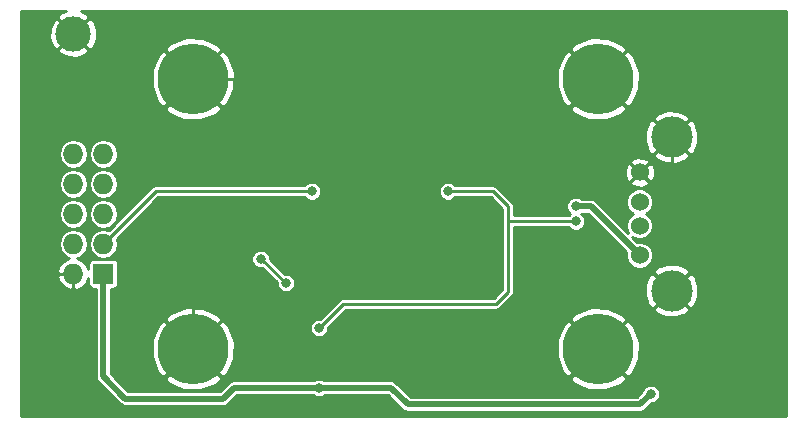
<source format=gbr>
G04 #@! TF.FileFunction,Copper,L2,Bot,Signal*
%FSLAX46Y46*%
G04 Gerber Fmt 4.6, Leading zero omitted, Abs format (unit mm)*
G04 Created by KiCad (PCBNEW 4.0.5+dfsg1-4) date Fri Dec 28 13:07:42 2018*
%MOMM*%
%LPD*%
G01*
G04 APERTURE LIST*
%ADD10C,0.100000*%
%ADD11R,1.727200X1.727200*%
%ADD12O,1.727200X1.727200*%
%ADD13C,1.524000*%
%ADD14C,3.500000*%
%ADD15C,6.000000*%
%ADD16C,3.000000*%
%ADD17C,0.800000*%
%ADD18C,0.250000*%
%ADD19C,0.500000*%
%ADD20C,0.254000*%
G04 APERTURE END LIST*
D10*
D11*
X134620000Y-106680000D03*
D12*
X132080000Y-106680000D03*
X134620000Y-104140000D03*
X132080000Y-104140000D03*
X134620000Y-101600000D03*
X132080000Y-101600000D03*
X134620000Y-99060000D03*
X132080000Y-99060000D03*
X134620000Y-96520000D03*
X132080000Y-96520000D03*
D13*
X180040000Y-100600000D03*
X180040000Y-102600000D03*
X180040000Y-98100000D03*
X180040000Y-105100000D03*
D14*
X182740000Y-108100000D03*
X182740000Y-95100000D03*
D15*
X142240000Y-90170000D03*
X142240000Y-113030000D03*
X176530000Y-113030000D03*
X176530000Y-90170000D03*
D16*
X132080000Y-86360000D03*
D17*
X167500000Y-91500000D03*
X159750000Y-96500000D03*
X131000000Y-117000000D03*
X165250000Y-96750000D03*
X142240000Y-103886000D03*
X166624000Y-104902000D03*
X148590000Y-95250000D03*
X145796000Y-95250000D03*
X172720000Y-96520000D03*
X172720000Y-98552000D03*
X190500000Y-101600000D03*
X151511000Y-91440000D03*
X163195000Y-101600000D03*
X184785000Y-117475000D03*
X176530000Y-99695000D03*
X176530000Y-103505000D03*
X157480000Y-102870000D03*
X180975000Y-116840000D03*
X152908000Y-116332000D03*
X152908000Y-111252000D03*
X174625000Y-102235000D03*
X163830000Y-99695000D03*
X174625000Y-100965000D03*
X147955000Y-105410000D03*
X150114000Y-107442000D03*
X152273000Y-99695000D03*
D18*
X142240000Y-113030000D02*
X142240000Y-103886000D01*
X182740000Y-95100000D02*
X182740000Y-100698000D01*
X183642000Y-101600000D02*
X190500000Y-101600000D01*
X182740000Y-100698000D02*
X183642000Y-101600000D01*
X142240000Y-90170000D02*
X150241000Y-90170000D01*
X150241000Y-90170000D02*
X151511000Y-91440000D01*
X163195000Y-101600000D02*
X161925000Y-102870000D01*
X161925000Y-102870000D02*
X157480000Y-102870000D01*
D19*
X134620000Y-106680000D02*
X134620000Y-115370000D01*
X145668000Y-116332000D02*
X144750000Y-117250000D01*
X144750000Y-117250000D02*
X136500000Y-117250000D01*
X145668000Y-116332000D02*
X152908000Y-116332000D01*
X134620000Y-115370000D02*
X136500000Y-117250000D01*
X160401000Y-117729000D02*
X159004000Y-116332000D01*
X180086000Y-117729000D02*
X160401000Y-117729000D01*
X180975000Y-116840000D02*
X180086000Y-117729000D01*
X159004000Y-116332000D02*
X152908000Y-116332000D01*
D18*
X168910000Y-102108000D02*
X168910000Y-108204000D01*
X154940000Y-109220000D02*
X152908000Y-111252000D01*
X167894000Y-109220000D02*
X154940000Y-109220000D01*
X168910000Y-108204000D02*
X167894000Y-109220000D01*
X168910000Y-102235000D02*
X168910000Y-102108000D01*
X168910000Y-102108000D02*
X168910000Y-100965000D01*
X168910000Y-100965000D02*
X167640000Y-99695000D01*
X168910000Y-102235000D02*
X174625000Y-102235000D01*
X167640000Y-99695000D02*
X163830000Y-99695000D01*
D19*
X174625000Y-100965000D02*
X175905000Y-100965000D01*
X175905000Y-100965000D02*
X180040000Y-105100000D01*
D18*
X147955000Y-105410000D02*
X150114000Y-107442000D01*
X152273000Y-99695000D02*
X139065000Y-99695000D01*
X139065000Y-99695000D02*
X134620000Y-104140000D01*
D20*
G36*
X130999460Y-84621024D02*
X130886902Y-84696234D01*
X130731125Y-84993165D01*
X132080000Y-86342039D01*
X133428875Y-84993165D01*
X133273098Y-84696234D01*
X132741167Y-84455000D01*
X192405000Y-84455000D01*
X192405000Y-118745000D01*
X127635000Y-118745000D01*
X127635000Y-106907100D01*
X130727331Y-106907100D01*
X130917204Y-107407457D01*
X131284102Y-107797065D01*
X131772168Y-108016610D01*
X131852900Y-108032668D01*
X132067300Y-107924535D01*
X132067300Y-106692700D01*
X130835458Y-106692700D01*
X130727331Y-106907100D01*
X127635000Y-106907100D01*
X127635000Y-106452900D01*
X130727331Y-106452900D01*
X130835458Y-106667300D01*
X132067300Y-106667300D01*
X132067300Y-106647300D01*
X132092700Y-106647300D01*
X132092700Y-106667300D01*
X132112700Y-106667300D01*
X132112700Y-106692700D01*
X132092700Y-106692700D01*
X132092700Y-107924535D01*
X132307100Y-108032668D01*
X132387832Y-108016610D01*
X132875898Y-107797065D01*
X133242796Y-107407457D01*
X133367936Y-107077686D01*
X133367936Y-107543600D01*
X133394503Y-107684790D01*
X133477946Y-107814465D01*
X133605266Y-107901459D01*
X133756400Y-107932064D01*
X133989000Y-107932064D01*
X133989000Y-115370000D01*
X134024976Y-115550864D01*
X134037032Y-115611473D01*
X134173816Y-115816184D01*
X136053815Y-117696184D01*
X136102928Y-117729000D01*
X136258527Y-117832968D01*
X136500000Y-117881000D01*
X144750000Y-117881000D01*
X144991473Y-117832968D01*
X145196184Y-117696184D01*
X145929368Y-116963000D01*
X152434361Y-116963000D01*
X152465021Y-116993714D01*
X152751968Y-117112864D01*
X153062669Y-117113136D01*
X153349823Y-116994486D01*
X153381364Y-116963000D01*
X158742632Y-116963000D01*
X159954815Y-118175184D01*
X160159526Y-118311968D01*
X160199589Y-118319937D01*
X160401000Y-118360000D01*
X180086000Y-118360000D01*
X180327473Y-118311968D01*
X180532184Y-118175184D01*
X181086270Y-117621098D01*
X181129669Y-117621136D01*
X181416823Y-117502486D01*
X181636714Y-117282979D01*
X181755864Y-116996032D01*
X181756136Y-116685331D01*
X181637486Y-116398177D01*
X181417979Y-116178286D01*
X181131032Y-116059136D01*
X180820331Y-116058864D01*
X180533177Y-116177514D01*
X180313286Y-116397021D01*
X180194136Y-116683968D01*
X180194097Y-116728535D01*
X179824632Y-117098000D01*
X160662369Y-117098000D01*
X159450184Y-115885816D01*
X159245473Y-115749032D01*
X159004000Y-115701000D01*
X153381639Y-115701000D01*
X153350979Y-115670286D01*
X153064032Y-115551136D01*
X152753331Y-115550864D01*
X152466177Y-115669514D01*
X152434636Y-115701000D01*
X145668000Y-115701000D01*
X145426527Y-115749032D01*
X145221816Y-115885816D01*
X144488632Y-116619000D01*
X136761369Y-116619000D01*
X135620658Y-115478289D01*
X139809672Y-115478289D01*
X140147941Y-115931078D01*
X141417384Y-116510843D01*
X142812063Y-116560681D01*
X144119650Y-116073005D01*
X144332059Y-115931078D01*
X144670328Y-115478289D01*
X174099672Y-115478289D01*
X174437941Y-115931078D01*
X175707384Y-116510843D01*
X177102063Y-116560681D01*
X178409650Y-116073005D01*
X178622059Y-115931078D01*
X178960328Y-115478289D01*
X176530000Y-113047961D01*
X174099672Y-115478289D01*
X144670328Y-115478289D01*
X142240000Y-113047961D01*
X139809672Y-115478289D01*
X135620658Y-115478289D01*
X135251000Y-115108632D01*
X135251000Y-113602063D01*
X138709319Y-113602063D01*
X139196995Y-114909650D01*
X139338922Y-115122059D01*
X139791711Y-115460328D01*
X142222039Y-113030000D01*
X142257961Y-113030000D01*
X144688289Y-115460328D01*
X145141078Y-115122059D01*
X145720843Y-113852616D01*
X145729796Y-113602063D01*
X172999319Y-113602063D01*
X173486995Y-114909650D01*
X173628922Y-115122059D01*
X174081711Y-115460328D01*
X176512039Y-113030000D01*
X176547961Y-113030000D01*
X178978289Y-115460328D01*
X179431078Y-115122059D01*
X180010843Y-113852616D01*
X180060681Y-112457937D01*
X179573005Y-111150350D01*
X179431078Y-110937941D01*
X178978289Y-110599672D01*
X176547961Y-113030000D01*
X176512039Y-113030000D01*
X174081711Y-110599672D01*
X173628922Y-110937941D01*
X173049157Y-112207384D01*
X172999319Y-113602063D01*
X145729796Y-113602063D01*
X145770681Y-112457937D01*
X145378602Y-111406669D01*
X152126864Y-111406669D01*
X152245514Y-111693823D01*
X152465021Y-111913714D01*
X152751968Y-112032864D01*
X153062669Y-112033136D01*
X153349823Y-111914486D01*
X153569714Y-111694979D01*
X153688864Y-111408032D01*
X153689058Y-111186534D01*
X154293881Y-110581711D01*
X174099672Y-110581711D01*
X176530000Y-113012039D01*
X178960328Y-110581711D01*
X178622059Y-110128922D01*
X177567025Y-109647079D01*
X181210882Y-109647079D01*
X181397074Y-109969985D01*
X182214910Y-110341556D01*
X183112687Y-110371871D01*
X183953725Y-110056314D01*
X184082926Y-109969985D01*
X184269118Y-109647079D01*
X182740000Y-108117961D01*
X181210882Y-109647079D01*
X177567025Y-109647079D01*
X177352616Y-109549157D01*
X175957937Y-109499319D01*
X174650350Y-109986995D01*
X174437941Y-110128922D01*
X174099672Y-110581711D01*
X154293881Y-110581711D01*
X155149592Y-109726000D01*
X167894000Y-109726000D01*
X168087638Y-109687483D01*
X168251796Y-109577796D01*
X169267796Y-108561796D01*
X169327336Y-108472687D01*
X180468129Y-108472687D01*
X180783686Y-109313725D01*
X180870015Y-109442926D01*
X181192921Y-109629118D01*
X182722039Y-108100000D01*
X182757961Y-108100000D01*
X184287079Y-109629118D01*
X184609985Y-109442926D01*
X184981556Y-108625090D01*
X185011871Y-107727313D01*
X184696314Y-106886275D01*
X184609985Y-106757074D01*
X184287079Y-106570882D01*
X182757961Y-108100000D01*
X182722039Y-108100000D01*
X181192921Y-106570882D01*
X180870015Y-106757074D01*
X180498444Y-107574910D01*
X180468129Y-108472687D01*
X169327336Y-108472687D01*
X169377483Y-108397638D01*
X169416000Y-108204000D01*
X169416000Y-106552921D01*
X181210882Y-106552921D01*
X182740000Y-108082039D01*
X184269118Y-106552921D01*
X184082926Y-106230015D01*
X183265090Y-105858444D01*
X182367313Y-105828129D01*
X181526275Y-106143686D01*
X181397074Y-106230015D01*
X181210882Y-106552921D01*
X169416000Y-106552921D01*
X169416000Y-102741000D01*
X174026579Y-102741000D01*
X174182021Y-102896714D01*
X174468968Y-103015864D01*
X174779669Y-103016136D01*
X175066823Y-102897486D01*
X175286714Y-102677979D01*
X175405864Y-102391032D01*
X175406136Y-102080331D01*
X175287486Y-101793177D01*
X175094502Y-101599855D01*
X175098364Y-101596000D01*
X175643632Y-101596000D01*
X178903677Y-104856045D01*
X178897199Y-104871646D01*
X178896802Y-105326359D01*
X179070446Y-105746612D01*
X179391697Y-106068423D01*
X179811646Y-106242801D01*
X180266359Y-106243198D01*
X180686612Y-106069554D01*
X181008423Y-105748303D01*
X181182801Y-105328354D01*
X181183198Y-104873641D01*
X181009554Y-104453388D01*
X180688303Y-104131577D01*
X180268354Y-103957199D01*
X179813641Y-103956802D01*
X179796325Y-103963957D01*
X179407249Y-103574881D01*
X179811646Y-103742801D01*
X180266359Y-103743198D01*
X180686612Y-103569554D01*
X181008423Y-103248303D01*
X181182801Y-102828354D01*
X181183198Y-102373641D01*
X181009554Y-101953388D01*
X180688303Y-101631577D01*
X180612591Y-101600139D01*
X180686612Y-101569554D01*
X181008423Y-101248303D01*
X181182801Y-100828354D01*
X181183198Y-100373641D01*
X181009554Y-99953388D01*
X180688303Y-99631577D01*
X180268354Y-99457199D01*
X179813641Y-99456802D01*
X179393388Y-99630446D01*
X179071577Y-99951697D01*
X178897199Y-100371646D01*
X178896802Y-100826359D01*
X179070446Y-101246612D01*
X179391697Y-101568423D01*
X179467409Y-101599861D01*
X179393388Y-101630446D01*
X179071577Y-101951697D01*
X178897199Y-102371646D01*
X178896802Y-102826359D01*
X179064437Y-103232069D01*
X176351184Y-100518816D01*
X176146473Y-100382032D01*
X175905000Y-100334000D01*
X175098639Y-100334000D01*
X175067979Y-100303286D01*
X174781032Y-100184136D01*
X174470331Y-100183864D01*
X174183177Y-100302514D01*
X173963286Y-100522021D01*
X173844136Y-100808968D01*
X173843864Y-101119669D01*
X173962514Y-101406823D01*
X174155498Y-101600145D01*
X174026417Y-101729000D01*
X169416000Y-101729000D01*
X169416000Y-100965000D01*
X169377483Y-100771362D01*
X169267796Y-100607204D01*
X167997796Y-99337204D01*
X167833638Y-99227517D01*
X167640000Y-99189000D01*
X164428421Y-99189000D01*
X164272979Y-99033286D01*
X164035672Y-98934748D01*
X179223212Y-98934748D01*
X179289199Y-99154996D01*
X179750080Y-99362008D01*
X180255098Y-99376891D01*
X180727370Y-99197379D01*
X180790801Y-99154996D01*
X180856788Y-98934748D01*
X180040000Y-98117961D01*
X179223212Y-98934748D01*
X164035672Y-98934748D01*
X163986032Y-98914136D01*
X163675331Y-98913864D01*
X163388177Y-99032514D01*
X163168286Y-99252021D01*
X163049136Y-99538968D01*
X163048864Y-99849669D01*
X163167514Y-100136823D01*
X163387021Y-100356714D01*
X163673968Y-100475864D01*
X163984669Y-100476136D01*
X164271823Y-100357486D01*
X164428583Y-100201000D01*
X167430408Y-100201000D01*
X168404000Y-101174592D01*
X168404000Y-107994408D01*
X167684408Y-108714000D01*
X154940000Y-108714000D01*
X154746362Y-108752517D01*
X154582204Y-108862204D01*
X152973351Y-110471057D01*
X152753331Y-110470864D01*
X152466177Y-110589514D01*
X152246286Y-110809021D01*
X152127136Y-111095968D01*
X152126864Y-111406669D01*
X145378602Y-111406669D01*
X145283005Y-111150350D01*
X145141078Y-110937941D01*
X144688289Y-110599672D01*
X142257961Y-113030000D01*
X142222039Y-113030000D01*
X139791711Y-110599672D01*
X139338922Y-110937941D01*
X138759157Y-112207384D01*
X138709319Y-113602063D01*
X135251000Y-113602063D01*
X135251000Y-110581711D01*
X139809672Y-110581711D01*
X142240000Y-113012039D01*
X144670328Y-110581711D01*
X144332059Y-110128922D01*
X143062616Y-109549157D01*
X141667937Y-109499319D01*
X140360350Y-109986995D01*
X140147941Y-110128922D01*
X139809672Y-110581711D01*
X135251000Y-110581711D01*
X135251000Y-107932064D01*
X135483600Y-107932064D01*
X135624790Y-107905497D01*
X135754465Y-107822054D01*
X135841459Y-107694734D01*
X135872064Y-107543600D01*
X135872064Y-105816400D01*
X135845497Y-105675210D01*
X135774367Y-105564669D01*
X147173864Y-105564669D01*
X147292514Y-105851823D01*
X147512021Y-106071714D01*
X147798968Y-106190864D01*
X148046605Y-106191081D01*
X149333035Y-107401837D01*
X149332864Y-107596669D01*
X149451514Y-107883823D01*
X149671021Y-108103714D01*
X149957968Y-108222864D01*
X150268669Y-108223136D01*
X150555823Y-108104486D01*
X150775714Y-107884979D01*
X150894864Y-107598032D01*
X150895136Y-107287331D01*
X150776486Y-107000177D01*
X150556979Y-106780286D01*
X150270032Y-106661136D01*
X150022395Y-106660919D01*
X148735965Y-105450162D01*
X148736136Y-105255331D01*
X148617486Y-104968177D01*
X148397979Y-104748286D01*
X148111032Y-104629136D01*
X147800331Y-104628864D01*
X147513177Y-104747514D01*
X147293286Y-104967021D01*
X147174136Y-105253968D01*
X147173864Y-105564669D01*
X135774367Y-105564669D01*
X135762054Y-105545535D01*
X135634734Y-105458541D01*
X135483600Y-105427936D01*
X133756400Y-105427936D01*
X133615210Y-105454503D01*
X133485535Y-105537946D01*
X133398541Y-105665266D01*
X133367936Y-105816400D01*
X133367936Y-106282314D01*
X133242796Y-105952543D01*
X132875898Y-105562935D01*
X132394554Y-105346414D01*
X132556288Y-105314243D01*
X132960065Y-105044448D01*
X133229860Y-104640671D01*
X133324600Y-104164383D01*
X133324600Y-104115617D01*
X133375400Y-104115617D01*
X133375400Y-104164383D01*
X133470140Y-104640671D01*
X133739935Y-105044448D01*
X134143712Y-105314243D01*
X134620000Y-105408983D01*
X135096288Y-105314243D01*
X135500065Y-105044448D01*
X135769860Y-104640671D01*
X135864600Y-104164383D01*
X135864600Y-104115617D01*
X135780877Y-103694715D01*
X139274592Y-100201000D01*
X151674579Y-100201000D01*
X151830021Y-100356714D01*
X152116968Y-100475864D01*
X152427669Y-100476136D01*
X152714823Y-100357486D01*
X152934714Y-100137979D01*
X153053864Y-99851032D01*
X153054136Y-99540331D01*
X152935486Y-99253177D01*
X152715979Y-99033286D01*
X152429032Y-98914136D01*
X152118331Y-98913864D01*
X151831177Y-99032514D01*
X151674417Y-99189000D01*
X139065000Y-99189000D01*
X138871362Y-99227517D01*
X138707204Y-99337204D01*
X135081577Y-102962831D01*
X134620000Y-102871017D01*
X134143712Y-102965757D01*
X133739935Y-103235552D01*
X133470140Y-103639329D01*
X133375400Y-104115617D01*
X133324600Y-104115617D01*
X133229860Y-103639329D01*
X132960065Y-103235552D01*
X132556288Y-102965757D01*
X132080000Y-102871017D01*
X131603712Y-102965757D01*
X131199935Y-103235552D01*
X130930140Y-103639329D01*
X130835400Y-104115617D01*
X130835400Y-104164383D01*
X130930140Y-104640671D01*
X131199935Y-105044448D01*
X131603712Y-105314243D01*
X131765446Y-105346414D01*
X131284102Y-105562935D01*
X130917204Y-105952543D01*
X130727331Y-106452900D01*
X127635000Y-106452900D01*
X127635000Y-101575617D01*
X130835400Y-101575617D01*
X130835400Y-101624383D01*
X130930140Y-102100671D01*
X131199935Y-102504448D01*
X131603712Y-102774243D01*
X132080000Y-102868983D01*
X132556288Y-102774243D01*
X132960065Y-102504448D01*
X133229860Y-102100671D01*
X133324600Y-101624383D01*
X133324600Y-101575617D01*
X133375400Y-101575617D01*
X133375400Y-101624383D01*
X133470140Y-102100671D01*
X133739935Y-102504448D01*
X134143712Y-102774243D01*
X134620000Y-102868983D01*
X135096288Y-102774243D01*
X135500065Y-102504448D01*
X135769860Y-102100671D01*
X135864600Y-101624383D01*
X135864600Y-101575617D01*
X135769860Y-101099329D01*
X135500065Y-100695552D01*
X135096288Y-100425757D01*
X134620000Y-100331017D01*
X134143712Y-100425757D01*
X133739935Y-100695552D01*
X133470140Y-101099329D01*
X133375400Y-101575617D01*
X133324600Y-101575617D01*
X133229860Y-101099329D01*
X132960065Y-100695552D01*
X132556288Y-100425757D01*
X132080000Y-100331017D01*
X131603712Y-100425757D01*
X131199935Y-100695552D01*
X130930140Y-101099329D01*
X130835400Y-101575617D01*
X127635000Y-101575617D01*
X127635000Y-99035617D01*
X130835400Y-99035617D01*
X130835400Y-99084383D01*
X130930140Y-99560671D01*
X131199935Y-99964448D01*
X131603712Y-100234243D01*
X132080000Y-100328983D01*
X132556288Y-100234243D01*
X132960065Y-99964448D01*
X133229860Y-99560671D01*
X133324600Y-99084383D01*
X133324600Y-99035617D01*
X133375400Y-99035617D01*
X133375400Y-99084383D01*
X133470140Y-99560671D01*
X133739935Y-99964448D01*
X134143712Y-100234243D01*
X134620000Y-100328983D01*
X135096288Y-100234243D01*
X135500065Y-99964448D01*
X135769860Y-99560671D01*
X135864600Y-99084383D01*
X135864600Y-99035617D01*
X135769860Y-98559329D01*
X135606671Y-98315098D01*
X178763109Y-98315098D01*
X178942621Y-98787370D01*
X178985004Y-98850801D01*
X179205252Y-98916788D01*
X180022039Y-98100000D01*
X180057961Y-98100000D01*
X180874748Y-98916788D01*
X181094996Y-98850801D01*
X181302008Y-98389920D01*
X181316891Y-97884902D01*
X181137379Y-97412630D01*
X181094996Y-97349199D01*
X180874748Y-97283212D01*
X180057961Y-98100000D01*
X180022039Y-98100000D01*
X179205252Y-97283212D01*
X178985004Y-97349199D01*
X178777992Y-97810080D01*
X178763109Y-98315098D01*
X135606671Y-98315098D01*
X135500065Y-98155552D01*
X135096288Y-97885757D01*
X134620000Y-97791017D01*
X134143712Y-97885757D01*
X133739935Y-98155552D01*
X133470140Y-98559329D01*
X133375400Y-99035617D01*
X133324600Y-99035617D01*
X133229860Y-98559329D01*
X132960065Y-98155552D01*
X132556288Y-97885757D01*
X132080000Y-97791017D01*
X131603712Y-97885757D01*
X131199935Y-98155552D01*
X130930140Y-98559329D01*
X130835400Y-99035617D01*
X127635000Y-99035617D01*
X127635000Y-96495617D01*
X130835400Y-96495617D01*
X130835400Y-96544383D01*
X130930140Y-97020671D01*
X131199935Y-97424448D01*
X131603712Y-97694243D01*
X132080000Y-97788983D01*
X132556288Y-97694243D01*
X132960065Y-97424448D01*
X133229860Y-97020671D01*
X133324600Y-96544383D01*
X133324600Y-96495617D01*
X133375400Y-96495617D01*
X133375400Y-96544383D01*
X133470140Y-97020671D01*
X133739935Y-97424448D01*
X134143712Y-97694243D01*
X134620000Y-97788983D01*
X135096288Y-97694243D01*
X135500065Y-97424448D01*
X135606436Y-97265252D01*
X179223212Y-97265252D01*
X180040000Y-98082039D01*
X180856788Y-97265252D01*
X180790801Y-97045004D01*
X180329920Y-96837992D01*
X179824902Y-96823109D01*
X179352630Y-97002621D01*
X179289199Y-97045004D01*
X179223212Y-97265252D01*
X135606436Y-97265252D01*
X135769860Y-97020671D01*
X135844172Y-96647079D01*
X181210882Y-96647079D01*
X181397074Y-96969985D01*
X182214910Y-97341556D01*
X183112687Y-97371871D01*
X183953725Y-97056314D01*
X184082926Y-96969985D01*
X184269118Y-96647079D01*
X182740000Y-95117961D01*
X181210882Y-96647079D01*
X135844172Y-96647079D01*
X135864600Y-96544383D01*
X135864600Y-96495617D01*
X135769860Y-96019329D01*
X135500065Y-95615552D01*
X135286253Y-95472687D01*
X180468129Y-95472687D01*
X180783686Y-96313725D01*
X180870015Y-96442926D01*
X181192921Y-96629118D01*
X182722039Y-95100000D01*
X182757961Y-95100000D01*
X184287079Y-96629118D01*
X184609985Y-96442926D01*
X184981556Y-95625090D01*
X185011871Y-94727313D01*
X184696314Y-93886275D01*
X184609985Y-93757074D01*
X184287079Y-93570882D01*
X182757961Y-95100000D01*
X182722039Y-95100000D01*
X181192921Y-93570882D01*
X180870015Y-93757074D01*
X180498444Y-94574910D01*
X180468129Y-95472687D01*
X135286253Y-95472687D01*
X135096288Y-95345757D01*
X134620000Y-95251017D01*
X134143712Y-95345757D01*
X133739935Y-95615552D01*
X133470140Y-96019329D01*
X133375400Y-96495617D01*
X133324600Y-96495617D01*
X133229860Y-96019329D01*
X132960065Y-95615552D01*
X132556288Y-95345757D01*
X132080000Y-95251017D01*
X131603712Y-95345757D01*
X131199935Y-95615552D01*
X130930140Y-96019329D01*
X130835400Y-96495617D01*
X127635000Y-96495617D01*
X127635000Y-92618289D01*
X139809672Y-92618289D01*
X140147941Y-93071078D01*
X141417384Y-93650843D01*
X142812063Y-93700681D01*
X144119650Y-93213005D01*
X144332059Y-93071078D01*
X144670328Y-92618289D01*
X174099672Y-92618289D01*
X174437941Y-93071078D01*
X175707384Y-93650843D01*
X177102063Y-93700681D01*
X177498246Y-93552921D01*
X181210882Y-93552921D01*
X182740000Y-95082039D01*
X184269118Y-93552921D01*
X184082926Y-93230015D01*
X183265090Y-92858444D01*
X182367313Y-92828129D01*
X181526275Y-93143686D01*
X181397074Y-93230015D01*
X181210882Y-93552921D01*
X177498246Y-93552921D01*
X178409650Y-93213005D01*
X178622059Y-93071078D01*
X178960328Y-92618289D01*
X176530000Y-90187961D01*
X174099672Y-92618289D01*
X144670328Y-92618289D01*
X142240000Y-90187961D01*
X139809672Y-92618289D01*
X127635000Y-92618289D01*
X127635000Y-90742063D01*
X138709319Y-90742063D01*
X139196995Y-92049650D01*
X139338922Y-92262059D01*
X139791711Y-92600328D01*
X142222039Y-90170000D01*
X142257961Y-90170000D01*
X144688289Y-92600328D01*
X145141078Y-92262059D01*
X145720843Y-90992616D01*
X145729796Y-90742063D01*
X172999319Y-90742063D01*
X173486995Y-92049650D01*
X173628922Y-92262059D01*
X174081711Y-92600328D01*
X176512039Y-90170000D01*
X176547961Y-90170000D01*
X178978289Y-92600328D01*
X179431078Y-92262059D01*
X180010843Y-90992616D01*
X180060681Y-89597937D01*
X179573005Y-88290350D01*
X179431078Y-88077941D01*
X178978289Y-87739672D01*
X176547961Y-90170000D01*
X176512039Y-90170000D01*
X174081711Y-87739672D01*
X173628922Y-88077941D01*
X173049157Y-89347384D01*
X172999319Y-90742063D01*
X145729796Y-90742063D01*
X145770681Y-89597937D01*
X145283005Y-88290350D01*
X145141078Y-88077941D01*
X144688289Y-87739672D01*
X142257961Y-90170000D01*
X142222039Y-90170000D01*
X139791711Y-87739672D01*
X139338922Y-88077941D01*
X138759157Y-89347384D01*
X138709319Y-90742063D01*
X127635000Y-90742063D01*
X127635000Y-87726835D01*
X130731125Y-87726835D01*
X130886902Y-88023766D01*
X131614416Y-88353698D01*
X132412812Y-88380109D01*
X133160540Y-88098976D01*
X133273098Y-88023766D01*
X133428875Y-87726835D01*
X133423751Y-87721711D01*
X139809672Y-87721711D01*
X142240000Y-90152039D01*
X144670328Y-87721711D01*
X174099672Y-87721711D01*
X176530000Y-90152039D01*
X178960328Y-87721711D01*
X178622059Y-87268922D01*
X177352616Y-86689157D01*
X175957937Y-86639319D01*
X174650350Y-87126995D01*
X174437941Y-87268922D01*
X174099672Y-87721711D01*
X144670328Y-87721711D01*
X144332059Y-87268922D01*
X143062616Y-86689157D01*
X141667937Y-86639319D01*
X140360350Y-87126995D01*
X140147941Y-87268922D01*
X139809672Y-87721711D01*
X133423751Y-87721711D01*
X132080000Y-86377961D01*
X130731125Y-87726835D01*
X127635000Y-87726835D01*
X127635000Y-86692812D01*
X130059891Y-86692812D01*
X130341024Y-87440540D01*
X130416234Y-87553098D01*
X130713165Y-87708875D01*
X132062039Y-86360000D01*
X132097961Y-86360000D01*
X133446835Y-87708875D01*
X133743766Y-87553098D01*
X134073698Y-86825584D01*
X134100109Y-86027188D01*
X133818976Y-85279460D01*
X133743766Y-85166902D01*
X133446835Y-85011125D01*
X132097961Y-86360000D01*
X132062039Y-86360000D01*
X130713165Y-85011125D01*
X130416234Y-85166902D01*
X130086302Y-85894416D01*
X130059891Y-86692812D01*
X127635000Y-86692812D01*
X127635000Y-84455000D01*
X131441033Y-84455000D01*
X130999460Y-84621024D01*
X130999460Y-84621024D01*
G37*
X130999460Y-84621024D02*
X130886902Y-84696234D01*
X130731125Y-84993165D01*
X132080000Y-86342039D01*
X133428875Y-84993165D01*
X133273098Y-84696234D01*
X132741167Y-84455000D01*
X192405000Y-84455000D01*
X192405000Y-118745000D01*
X127635000Y-118745000D01*
X127635000Y-106907100D01*
X130727331Y-106907100D01*
X130917204Y-107407457D01*
X131284102Y-107797065D01*
X131772168Y-108016610D01*
X131852900Y-108032668D01*
X132067300Y-107924535D01*
X132067300Y-106692700D01*
X130835458Y-106692700D01*
X130727331Y-106907100D01*
X127635000Y-106907100D01*
X127635000Y-106452900D01*
X130727331Y-106452900D01*
X130835458Y-106667300D01*
X132067300Y-106667300D01*
X132067300Y-106647300D01*
X132092700Y-106647300D01*
X132092700Y-106667300D01*
X132112700Y-106667300D01*
X132112700Y-106692700D01*
X132092700Y-106692700D01*
X132092700Y-107924535D01*
X132307100Y-108032668D01*
X132387832Y-108016610D01*
X132875898Y-107797065D01*
X133242796Y-107407457D01*
X133367936Y-107077686D01*
X133367936Y-107543600D01*
X133394503Y-107684790D01*
X133477946Y-107814465D01*
X133605266Y-107901459D01*
X133756400Y-107932064D01*
X133989000Y-107932064D01*
X133989000Y-115370000D01*
X134024976Y-115550864D01*
X134037032Y-115611473D01*
X134173816Y-115816184D01*
X136053815Y-117696184D01*
X136102928Y-117729000D01*
X136258527Y-117832968D01*
X136500000Y-117881000D01*
X144750000Y-117881000D01*
X144991473Y-117832968D01*
X145196184Y-117696184D01*
X145929368Y-116963000D01*
X152434361Y-116963000D01*
X152465021Y-116993714D01*
X152751968Y-117112864D01*
X153062669Y-117113136D01*
X153349823Y-116994486D01*
X153381364Y-116963000D01*
X158742632Y-116963000D01*
X159954815Y-118175184D01*
X160159526Y-118311968D01*
X160199589Y-118319937D01*
X160401000Y-118360000D01*
X180086000Y-118360000D01*
X180327473Y-118311968D01*
X180532184Y-118175184D01*
X181086270Y-117621098D01*
X181129669Y-117621136D01*
X181416823Y-117502486D01*
X181636714Y-117282979D01*
X181755864Y-116996032D01*
X181756136Y-116685331D01*
X181637486Y-116398177D01*
X181417979Y-116178286D01*
X181131032Y-116059136D01*
X180820331Y-116058864D01*
X180533177Y-116177514D01*
X180313286Y-116397021D01*
X180194136Y-116683968D01*
X180194097Y-116728535D01*
X179824632Y-117098000D01*
X160662369Y-117098000D01*
X159450184Y-115885816D01*
X159245473Y-115749032D01*
X159004000Y-115701000D01*
X153381639Y-115701000D01*
X153350979Y-115670286D01*
X153064032Y-115551136D01*
X152753331Y-115550864D01*
X152466177Y-115669514D01*
X152434636Y-115701000D01*
X145668000Y-115701000D01*
X145426527Y-115749032D01*
X145221816Y-115885816D01*
X144488632Y-116619000D01*
X136761369Y-116619000D01*
X135620658Y-115478289D01*
X139809672Y-115478289D01*
X140147941Y-115931078D01*
X141417384Y-116510843D01*
X142812063Y-116560681D01*
X144119650Y-116073005D01*
X144332059Y-115931078D01*
X144670328Y-115478289D01*
X174099672Y-115478289D01*
X174437941Y-115931078D01*
X175707384Y-116510843D01*
X177102063Y-116560681D01*
X178409650Y-116073005D01*
X178622059Y-115931078D01*
X178960328Y-115478289D01*
X176530000Y-113047961D01*
X174099672Y-115478289D01*
X144670328Y-115478289D01*
X142240000Y-113047961D01*
X139809672Y-115478289D01*
X135620658Y-115478289D01*
X135251000Y-115108632D01*
X135251000Y-113602063D01*
X138709319Y-113602063D01*
X139196995Y-114909650D01*
X139338922Y-115122059D01*
X139791711Y-115460328D01*
X142222039Y-113030000D01*
X142257961Y-113030000D01*
X144688289Y-115460328D01*
X145141078Y-115122059D01*
X145720843Y-113852616D01*
X145729796Y-113602063D01*
X172999319Y-113602063D01*
X173486995Y-114909650D01*
X173628922Y-115122059D01*
X174081711Y-115460328D01*
X176512039Y-113030000D01*
X176547961Y-113030000D01*
X178978289Y-115460328D01*
X179431078Y-115122059D01*
X180010843Y-113852616D01*
X180060681Y-112457937D01*
X179573005Y-111150350D01*
X179431078Y-110937941D01*
X178978289Y-110599672D01*
X176547961Y-113030000D01*
X176512039Y-113030000D01*
X174081711Y-110599672D01*
X173628922Y-110937941D01*
X173049157Y-112207384D01*
X172999319Y-113602063D01*
X145729796Y-113602063D01*
X145770681Y-112457937D01*
X145378602Y-111406669D01*
X152126864Y-111406669D01*
X152245514Y-111693823D01*
X152465021Y-111913714D01*
X152751968Y-112032864D01*
X153062669Y-112033136D01*
X153349823Y-111914486D01*
X153569714Y-111694979D01*
X153688864Y-111408032D01*
X153689058Y-111186534D01*
X154293881Y-110581711D01*
X174099672Y-110581711D01*
X176530000Y-113012039D01*
X178960328Y-110581711D01*
X178622059Y-110128922D01*
X177567025Y-109647079D01*
X181210882Y-109647079D01*
X181397074Y-109969985D01*
X182214910Y-110341556D01*
X183112687Y-110371871D01*
X183953725Y-110056314D01*
X184082926Y-109969985D01*
X184269118Y-109647079D01*
X182740000Y-108117961D01*
X181210882Y-109647079D01*
X177567025Y-109647079D01*
X177352616Y-109549157D01*
X175957937Y-109499319D01*
X174650350Y-109986995D01*
X174437941Y-110128922D01*
X174099672Y-110581711D01*
X154293881Y-110581711D01*
X155149592Y-109726000D01*
X167894000Y-109726000D01*
X168087638Y-109687483D01*
X168251796Y-109577796D01*
X169267796Y-108561796D01*
X169327336Y-108472687D01*
X180468129Y-108472687D01*
X180783686Y-109313725D01*
X180870015Y-109442926D01*
X181192921Y-109629118D01*
X182722039Y-108100000D01*
X182757961Y-108100000D01*
X184287079Y-109629118D01*
X184609985Y-109442926D01*
X184981556Y-108625090D01*
X185011871Y-107727313D01*
X184696314Y-106886275D01*
X184609985Y-106757074D01*
X184287079Y-106570882D01*
X182757961Y-108100000D01*
X182722039Y-108100000D01*
X181192921Y-106570882D01*
X180870015Y-106757074D01*
X180498444Y-107574910D01*
X180468129Y-108472687D01*
X169327336Y-108472687D01*
X169377483Y-108397638D01*
X169416000Y-108204000D01*
X169416000Y-106552921D01*
X181210882Y-106552921D01*
X182740000Y-108082039D01*
X184269118Y-106552921D01*
X184082926Y-106230015D01*
X183265090Y-105858444D01*
X182367313Y-105828129D01*
X181526275Y-106143686D01*
X181397074Y-106230015D01*
X181210882Y-106552921D01*
X169416000Y-106552921D01*
X169416000Y-102741000D01*
X174026579Y-102741000D01*
X174182021Y-102896714D01*
X174468968Y-103015864D01*
X174779669Y-103016136D01*
X175066823Y-102897486D01*
X175286714Y-102677979D01*
X175405864Y-102391032D01*
X175406136Y-102080331D01*
X175287486Y-101793177D01*
X175094502Y-101599855D01*
X175098364Y-101596000D01*
X175643632Y-101596000D01*
X178903677Y-104856045D01*
X178897199Y-104871646D01*
X178896802Y-105326359D01*
X179070446Y-105746612D01*
X179391697Y-106068423D01*
X179811646Y-106242801D01*
X180266359Y-106243198D01*
X180686612Y-106069554D01*
X181008423Y-105748303D01*
X181182801Y-105328354D01*
X181183198Y-104873641D01*
X181009554Y-104453388D01*
X180688303Y-104131577D01*
X180268354Y-103957199D01*
X179813641Y-103956802D01*
X179796325Y-103963957D01*
X179407249Y-103574881D01*
X179811646Y-103742801D01*
X180266359Y-103743198D01*
X180686612Y-103569554D01*
X181008423Y-103248303D01*
X181182801Y-102828354D01*
X181183198Y-102373641D01*
X181009554Y-101953388D01*
X180688303Y-101631577D01*
X180612591Y-101600139D01*
X180686612Y-101569554D01*
X181008423Y-101248303D01*
X181182801Y-100828354D01*
X181183198Y-100373641D01*
X181009554Y-99953388D01*
X180688303Y-99631577D01*
X180268354Y-99457199D01*
X179813641Y-99456802D01*
X179393388Y-99630446D01*
X179071577Y-99951697D01*
X178897199Y-100371646D01*
X178896802Y-100826359D01*
X179070446Y-101246612D01*
X179391697Y-101568423D01*
X179467409Y-101599861D01*
X179393388Y-101630446D01*
X179071577Y-101951697D01*
X178897199Y-102371646D01*
X178896802Y-102826359D01*
X179064437Y-103232069D01*
X176351184Y-100518816D01*
X176146473Y-100382032D01*
X175905000Y-100334000D01*
X175098639Y-100334000D01*
X175067979Y-100303286D01*
X174781032Y-100184136D01*
X174470331Y-100183864D01*
X174183177Y-100302514D01*
X173963286Y-100522021D01*
X173844136Y-100808968D01*
X173843864Y-101119669D01*
X173962514Y-101406823D01*
X174155498Y-101600145D01*
X174026417Y-101729000D01*
X169416000Y-101729000D01*
X169416000Y-100965000D01*
X169377483Y-100771362D01*
X169267796Y-100607204D01*
X167997796Y-99337204D01*
X167833638Y-99227517D01*
X167640000Y-99189000D01*
X164428421Y-99189000D01*
X164272979Y-99033286D01*
X164035672Y-98934748D01*
X179223212Y-98934748D01*
X179289199Y-99154996D01*
X179750080Y-99362008D01*
X180255098Y-99376891D01*
X180727370Y-99197379D01*
X180790801Y-99154996D01*
X180856788Y-98934748D01*
X180040000Y-98117961D01*
X179223212Y-98934748D01*
X164035672Y-98934748D01*
X163986032Y-98914136D01*
X163675331Y-98913864D01*
X163388177Y-99032514D01*
X163168286Y-99252021D01*
X163049136Y-99538968D01*
X163048864Y-99849669D01*
X163167514Y-100136823D01*
X163387021Y-100356714D01*
X163673968Y-100475864D01*
X163984669Y-100476136D01*
X164271823Y-100357486D01*
X164428583Y-100201000D01*
X167430408Y-100201000D01*
X168404000Y-101174592D01*
X168404000Y-107994408D01*
X167684408Y-108714000D01*
X154940000Y-108714000D01*
X154746362Y-108752517D01*
X154582204Y-108862204D01*
X152973351Y-110471057D01*
X152753331Y-110470864D01*
X152466177Y-110589514D01*
X152246286Y-110809021D01*
X152127136Y-111095968D01*
X152126864Y-111406669D01*
X145378602Y-111406669D01*
X145283005Y-111150350D01*
X145141078Y-110937941D01*
X144688289Y-110599672D01*
X142257961Y-113030000D01*
X142222039Y-113030000D01*
X139791711Y-110599672D01*
X139338922Y-110937941D01*
X138759157Y-112207384D01*
X138709319Y-113602063D01*
X135251000Y-113602063D01*
X135251000Y-110581711D01*
X139809672Y-110581711D01*
X142240000Y-113012039D01*
X144670328Y-110581711D01*
X144332059Y-110128922D01*
X143062616Y-109549157D01*
X141667937Y-109499319D01*
X140360350Y-109986995D01*
X140147941Y-110128922D01*
X139809672Y-110581711D01*
X135251000Y-110581711D01*
X135251000Y-107932064D01*
X135483600Y-107932064D01*
X135624790Y-107905497D01*
X135754465Y-107822054D01*
X135841459Y-107694734D01*
X135872064Y-107543600D01*
X135872064Y-105816400D01*
X135845497Y-105675210D01*
X135774367Y-105564669D01*
X147173864Y-105564669D01*
X147292514Y-105851823D01*
X147512021Y-106071714D01*
X147798968Y-106190864D01*
X148046605Y-106191081D01*
X149333035Y-107401837D01*
X149332864Y-107596669D01*
X149451514Y-107883823D01*
X149671021Y-108103714D01*
X149957968Y-108222864D01*
X150268669Y-108223136D01*
X150555823Y-108104486D01*
X150775714Y-107884979D01*
X150894864Y-107598032D01*
X150895136Y-107287331D01*
X150776486Y-107000177D01*
X150556979Y-106780286D01*
X150270032Y-106661136D01*
X150022395Y-106660919D01*
X148735965Y-105450162D01*
X148736136Y-105255331D01*
X148617486Y-104968177D01*
X148397979Y-104748286D01*
X148111032Y-104629136D01*
X147800331Y-104628864D01*
X147513177Y-104747514D01*
X147293286Y-104967021D01*
X147174136Y-105253968D01*
X147173864Y-105564669D01*
X135774367Y-105564669D01*
X135762054Y-105545535D01*
X135634734Y-105458541D01*
X135483600Y-105427936D01*
X133756400Y-105427936D01*
X133615210Y-105454503D01*
X133485535Y-105537946D01*
X133398541Y-105665266D01*
X133367936Y-105816400D01*
X133367936Y-106282314D01*
X133242796Y-105952543D01*
X132875898Y-105562935D01*
X132394554Y-105346414D01*
X132556288Y-105314243D01*
X132960065Y-105044448D01*
X133229860Y-104640671D01*
X133324600Y-104164383D01*
X133324600Y-104115617D01*
X133375400Y-104115617D01*
X133375400Y-104164383D01*
X133470140Y-104640671D01*
X133739935Y-105044448D01*
X134143712Y-105314243D01*
X134620000Y-105408983D01*
X135096288Y-105314243D01*
X135500065Y-105044448D01*
X135769860Y-104640671D01*
X135864600Y-104164383D01*
X135864600Y-104115617D01*
X135780877Y-103694715D01*
X139274592Y-100201000D01*
X151674579Y-100201000D01*
X151830021Y-100356714D01*
X152116968Y-100475864D01*
X152427669Y-100476136D01*
X152714823Y-100357486D01*
X152934714Y-100137979D01*
X153053864Y-99851032D01*
X153054136Y-99540331D01*
X152935486Y-99253177D01*
X152715979Y-99033286D01*
X152429032Y-98914136D01*
X152118331Y-98913864D01*
X151831177Y-99032514D01*
X151674417Y-99189000D01*
X139065000Y-99189000D01*
X138871362Y-99227517D01*
X138707204Y-99337204D01*
X135081577Y-102962831D01*
X134620000Y-102871017D01*
X134143712Y-102965757D01*
X133739935Y-103235552D01*
X133470140Y-103639329D01*
X133375400Y-104115617D01*
X133324600Y-104115617D01*
X133229860Y-103639329D01*
X132960065Y-103235552D01*
X132556288Y-102965757D01*
X132080000Y-102871017D01*
X131603712Y-102965757D01*
X131199935Y-103235552D01*
X130930140Y-103639329D01*
X130835400Y-104115617D01*
X130835400Y-104164383D01*
X130930140Y-104640671D01*
X131199935Y-105044448D01*
X131603712Y-105314243D01*
X131765446Y-105346414D01*
X131284102Y-105562935D01*
X130917204Y-105952543D01*
X130727331Y-106452900D01*
X127635000Y-106452900D01*
X127635000Y-101575617D01*
X130835400Y-101575617D01*
X130835400Y-101624383D01*
X130930140Y-102100671D01*
X131199935Y-102504448D01*
X131603712Y-102774243D01*
X132080000Y-102868983D01*
X132556288Y-102774243D01*
X132960065Y-102504448D01*
X133229860Y-102100671D01*
X133324600Y-101624383D01*
X133324600Y-101575617D01*
X133375400Y-101575617D01*
X133375400Y-101624383D01*
X133470140Y-102100671D01*
X133739935Y-102504448D01*
X134143712Y-102774243D01*
X134620000Y-102868983D01*
X135096288Y-102774243D01*
X135500065Y-102504448D01*
X135769860Y-102100671D01*
X135864600Y-101624383D01*
X135864600Y-101575617D01*
X135769860Y-101099329D01*
X135500065Y-100695552D01*
X135096288Y-100425757D01*
X134620000Y-100331017D01*
X134143712Y-100425757D01*
X133739935Y-100695552D01*
X133470140Y-101099329D01*
X133375400Y-101575617D01*
X133324600Y-101575617D01*
X133229860Y-101099329D01*
X132960065Y-100695552D01*
X132556288Y-100425757D01*
X132080000Y-100331017D01*
X131603712Y-100425757D01*
X131199935Y-100695552D01*
X130930140Y-101099329D01*
X130835400Y-101575617D01*
X127635000Y-101575617D01*
X127635000Y-99035617D01*
X130835400Y-99035617D01*
X130835400Y-99084383D01*
X130930140Y-99560671D01*
X131199935Y-99964448D01*
X131603712Y-100234243D01*
X132080000Y-100328983D01*
X132556288Y-100234243D01*
X132960065Y-99964448D01*
X133229860Y-99560671D01*
X133324600Y-99084383D01*
X133324600Y-99035617D01*
X133375400Y-99035617D01*
X133375400Y-99084383D01*
X133470140Y-99560671D01*
X133739935Y-99964448D01*
X134143712Y-100234243D01*
X134620000Y-100328983D01*
X135096288Y-100234243D01*
X135500065Y-99964448D01*
X135769860Y-99560671D01*
X135864600Y-99084383D01*
X135864600Y-99035617D01*
X135769860Y-98559329D01*
X135606671Y-98315098D01*
X178763109Y-98315098D01*
X178942621Y-98787370D01*
X178985004Y-98850801D01*
X179205252Y-98916788D01*
X180022039Y-98100000D01*
X180057961Y-98100000D01*
X180874748Y-98916788D01*
X181094996Y-98850801D01*
X181302008Y-98389920D01*
X181316891Y-97884902D01*
X181137379Y-97412630D01*
X181094996Y-97349199D01*
X180874748Y-97283212D01*
X180057961Y-98100000D01*
X180022039Y-98100000D01*
X179205252Y-97283212D01*
X178985004Y-97349199D01*
X178777992Y-97810080D01*
X178763109Y-98315098D01*
X135606671Y-98315098D01*
X135500065Y-98155552D01*
X135096288Y-97885757D01*
X134620000Y-97791017D01*
X134143712Y-97885757D01*
X133739935Y-98155552D01*
X133470140Y-98559329D01*
X133375400Y-99035617D01*
X133324600Y-99035617D01*
X133229860Y-98559329D01*
X132960065Y-98155552D01*
X132556288Y-97885757D01*
X132080000Y-97791017D01*
X131603712Y-97885757D01*
X131199935Y-98155552D01*
X130930140Y-98559329D01*
X130835400Y-99035617D01*
X127635000Y-99035617D01*
X127635000Y-96495617D01*
X130835400Y-96495617D01*
X130835400Y-96544383D01*
X130930140Y-97020671D01*
X131199935Y-97424448D01*
X131603712Y-97694243D01*
X132080000Y-97788983D01*
X132556288Y-97694243D01*
X132960065Y-97424448D01*
X133229860Y-97020671D01*
X133324600Y-96544383D01*
X133324600Y-96495617D01*
X133375400Y-96495617D01*
X133375400Y-96544383D01*
X133470140Y-97020671D01*
X133739935Y-97424448D01*
X134143712Y-97694243D01*
X134620000Y-97788983D01*
X135096288Y-97694243D01*
X135500065Y-97424448D01*
X135606436Y-97265252D01*
X179223212Y-97265252D01*
X180040000Y-98082039D01*
X180856788Y-97265252D01*
X180790801Y-97045004D01*
X180329920Y-96837992D01*
X179824902Y-96823109D01*
X179352630Y-97002621D01*
X179289199Y-97045004D01*
X179223212Y-97265252D01*
X135606436Y-97265252D01*
X135769860Y-97020671D01*
X135844172Y-96647079D01*
X181210882Y-96647079D01*
X181397074Y-96969985D01*
X182214910Y-97341556D01*
X183112687Y-97371871D01*
X183953725Y-97056314D01*
X184082926Y-96969985D01*
X184269118Y-96647079D01*
X182740000Y-95117961D01*
X181210882Y-96647079D01*
X135844172Y-96647079D01*
X135864600Y-96544383D01*
X135864600Y-96495617D01*
X135769860Y-96019329D01*
X135500065Y-95615552D01*
X135286253Y-95472687D01*
X180468129Y-95472687D01*
X180783686Y-96313725D01*
X180870015Y-96442926D01*
X181192921Y-96629118D01*
X182722039Y-95100000D01*
X182757961Y-95100000D01*
X184287079Y-96629118D01*
X184609985Y-96442926D01*
X184981556Y-95625090D01*
X185011871Y-94727313D01*
X184696314Y-93886275D01*
X184609985Y-93757074D01*
X184287079Y-93570882D01*
X182757961Y-95100000D01*
X182722039Y-95100000D01*
X181192921Y-93570882D01*
X180870015Y-93757074D01*
X180498444Y-94574910D01*
X180468129Y-95472687D01*
X135286253Y-95472687D01*
X135096288Y-95345757D01*
X134620000Y-95251017D01*
X134143712Y-95345757D01*
X133739935Y-95615552D01*
X133470140Y-96019329D01*
X133375400Y-96495617D01*
X133324600Y-96495617D01*
X133229860Y-96019329D01*
X132960065Y-95615552D01*
X132556288Y-95345757D01*
X132080000Y-95251017D01*
X131603712Y-95345757D01*
X131199935Y-95615552D01*
X130930140Y-96019329D01*
X130835400Y-96495617D01*
X127635000Y-96495617D01*
X127635000Y-92618289D01*
X139809672Y-92618289D01*
X140147941Y-93071078D01*
X141417384Y-93650843D01*
X142812063Y-93700681D01*
X144119650Y-93213005D01*
X144332059Y-93071078D01*
X144670328Y-92618289D01*
X174099672Y-92618289D01*
X174437941Y-93071078D01*
X175707384Y-93650843D01*
X177102063Y-93700681D01*
X177498246Y-93552921D01*
X181210882Y-93552921D01*
X182740000Y-95082039D01*
X184269118Y-93552921D01*
X184082926Y-93230015D01*
X183265090Y-92858444D01*
X182367313Y-92828129D01*
X181526275Y-93143686D01*
X181397074Y-93230015D01*
X181210882Y-93552921D01*
X177498246Y-93552921D01*
X178409650Y-93213005D01*
X178622059Y-93071078D01*
X178960328Y-92618289D01*
X176530000Y-90187961D01*
X174099672Y-92618289D01*
X144670328Y-92618289D01*
X142240000Y-90187961D01*
X139809672Y-92618289D01*
X127635000Y-92618289D01*
X127635000Y-90742063D01*
X138709319Y-90742063D01*
X139196995Y-92049650D01*
X139338922Y-92262059D01*
X139791711Y-92600328D01*
X142222039Y-90170000D01*
X142257961Y-90170000D01*
X144688289Y-92600328D01*
X145141078Y-92262059D01*
X145720843Y-90992616D01*
X145729796Y-90742063D01*
X172999319Y-90742063D01*
X173486995Y-92049650D01*
X173628922Y-92262059D01*
X174081711Y-92600328D01*
X176512039Y-90170000D01*
X176547961Y-90170000D01*
X178978289Y-92600328D01*
X179431078Y-92262059D01*
X180010843Y-90992616D01*
X180060681Y-89597937D01*
X179573005Y-88290350D01*
X179431078Y-88077941D01*
X178978289Y-87739672D01*
X176547961Y-90170000D01*
X176512039Y-90170000D01*
X174081711Y-87739672D01*
X173628922Y-88077941D01*
X173049157Y-89347384D01*
X172999319Y-90742063D01*
X145729796Y-90742063D01*
X145770681Y-89597937D01*
X145283005Y-88290350D01*
X145141078Y-88077941D01*
X144688289Y-87739672D01*
X142257961Y-90170000D01*
X142222039Y-90170000D01*
X139791711Y-87739672D01*
X139338922Y-88077941D01*
X138759157Y-89347384D01*
X138709319Y-90742063D01*
X127635000Y-90742063D01*
X127635000Y-87726835D01*
X130731125Y-87726835D01*
X130886902Y-88023766D01*
X131614416Y-88353698D01*
X132412812Y-88380109D01*
X133160540Y-88098976D01*
X133273098Y-88023766D01*
X133428875Y-87726835D01*
X133423751Y-87721711D01*
X139809672Y-87721711D01*
X142240000Y-90152039D01*
X144670328Y-87721711D01*
X174099672Y-87721711D01*
X176530000Y-90152039D01*
X178960328Y-87721711D01*
X178622059Y-87268922D01*
X177352616Y-86689157D01*
X175957937Y-86639319D01*
X174650350Y-87126995D01*
X174437941Y-87268922D01*
X174099672Y-87721711D01*
X144670328Y-87721711D01*
X144332059Y-87268922D01*
X143062616Y-86689157D01*
X141667937Y-86639319D01*
X140360350Y-87126995D01*
X140147941Y-87268922D01*
X139809672Y-87721711D01*
X133423751Y-87721711D01*
X132080000Y-86377961D01*
X130731125Y-87726835D01*
X127635000Y-87726835D01*
X127635000Y-86692812D01*
X130059891Y-86692812D01*
X130341024Y-87440540D01*
X130416234Y-87553098D01*
X130713165Y-87708875D01*
X132062039Y-86360000D01*
X132097961Y-86360000D01*
X133446835Y-87708875D01*
X133743766Y-87553098D01*
X134073698Y-86825584D01*
X134100109Y-86027188D01*
X133818976Y-85279460D01*
X133743766Y-85166902D01*
X133446835Y-85011125D01*
X132097961Y-86360000D01*
X132062039Y-86360000D01*
X130713165Y-85011125D01*
X130416234Y-85166902D01*
X130086302Y-85894416D01*
X130059891Y-86692812D01*
X127635000Y-86692812D01*
X127635000Y-84455000D01*
X131441033Y-84455000D01*
X130999460Y-84621024D01*
M02*

</source>
